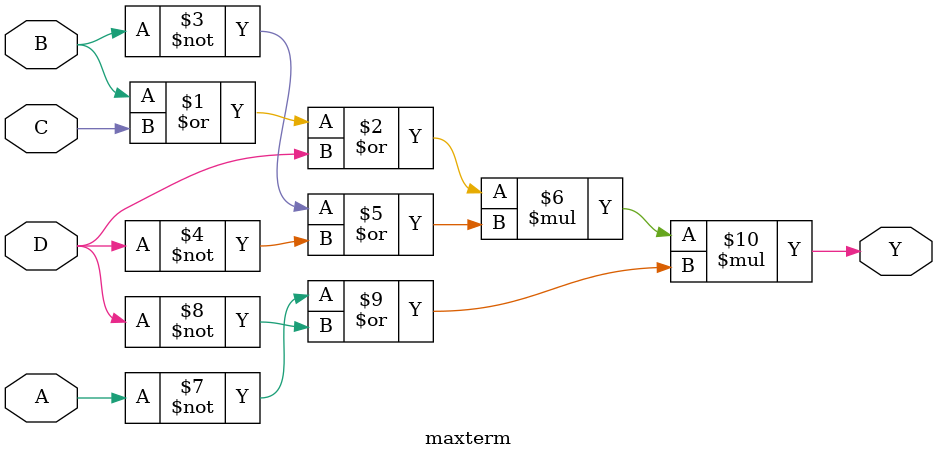
<source format=v>
module maxterm (
    input A, B, C, D,
    output Y
);

assign Y = (B|C|D) * (~B | ~D) * (~A | ~D);

endmodule

</source>
